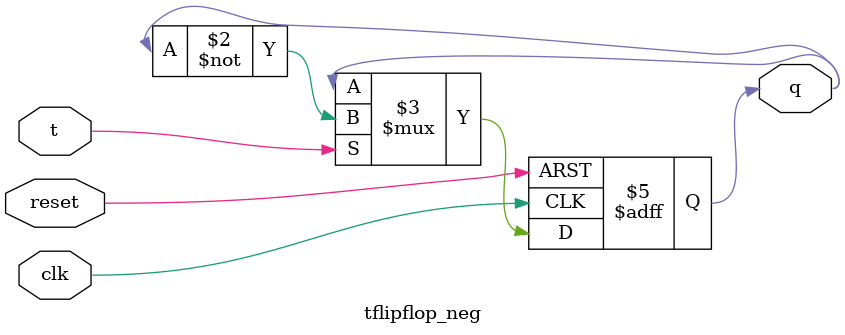
<source format=v>
module tflipflop_neg (
    input t,
    input clk,
    input reset,
    output reg q
);
always @(negedge clk or posedge reset) begin
    if(reset)
    q<=1'b0;
    else if(t)
    q<=~q;
end
    
endmodule
</source>
